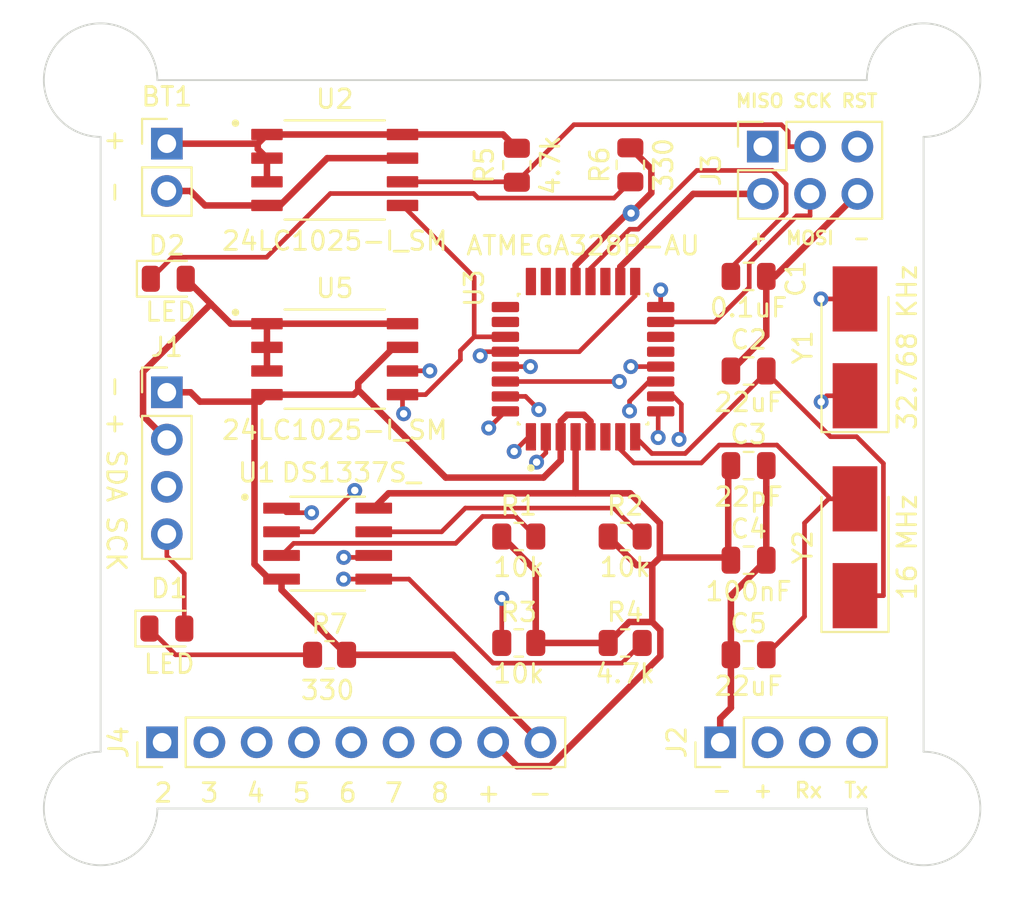
<source format=kicad_pcb>
(kicad_pcb (version 20221018) (generator pcbnew)
  (title_block (title "${project_name}") (date "2024-02-26") (rev "${design_version}") (company "Salman Kabir"))
  (layers (0 "F.Cu" mixed) (1 "In1.Cu" signal) (2 "In2.Cu" signal) (31 "B.Cu" mixed) (34 "B.Paste" user) (35 "F.Paste" user) (36 "B.SilkS" user "B.Silkscreen") (37 "F.SilkS" user "F.Silkscreen") (38 "B.Mask" user) (39 "F.Mask" user) (44 "Edge.Cuts" user))
  (property "design_version" "1.0")
  (property "project_name" "Arduino Datalogger")
  (net 0 "")
  (net 1 "/Vcc")
  (net 2 "GND")
  (net 3 "Net-(U3-AREF)")
  (net 4 "Net-(U3-PB7)")
  (net 5 "Net-(U3-PB6)")
  (net 6 "Net-(D1-K)")
  (net 7 "/SCK")
  (net 8 "Net-(D2-K)")
  (net 9 "/SDA")
  (net 10 "/Rx")
  (net 11 "/Tx")
  (net 12 "/MISO")
  (net 13 "/MOSI")
  (net 14 "/Reset")
  (net 15 "/D2")
  (net 16 "/D3")
  (net 17 "/D4")
  (net 18 "/D5")
  (net 19 "/D6")
  (net 20 "/D7")
  (net 21 "/D8")
  (net 22 "Net-(U1-~{INTA})")
  (net 23 "Net-(U1-SQW{slash}~INT)")
  (net 24 "Net-(U1-X1)")
  (net 25 "Net-(U1-X2)")
  (footprint "24LC1025-I_SM:SOIC127P794X202-8N" (layer "F.Cu") (at 144.145 73.66)
    (fp_text reference "U2" (at 0 -3.81) (layer "F.SilkS"))
    (fp_text value "24LC1025-I_SM" (at 0 3.81) (layer "F.SilkS"))
    (fp_line (start -2.69 -2.665) (end 2.69 -2.665) (stroke (width 0.127)) (layer "F.SilkS"))
    (fp_line (start -2.69 2.665) (end 2.69 2.665) (stroke (width 0.127)) (layer "F.SilkS"))
    (fp_circle (center -5.33 -2.515) (end -5.23 -2.515) (stroke (width 0.2)) (fill none) (layer "F.SilkS"))
    (pad "1" smd roundrect (at -3.64 -1.905) (size 1.69 0.61) (layers "F.Cu" "F.Paste" "F.Mask") (roundrect_rratio 0.08) (net 1 "/Vcc"))
    (pad "2" smd roundrect (at -3.64 -0.635) (size 1.69 0.61) (layers "F.Cu" "F.Paste" "F.Mask") (roundrect_rratio 0.08) (net 1 "/Vcc"))
    (pad "3" smd roundrect (at -3.64 0.635) (size 1.69 0.61) (layers "F.Cu" "F.Paste" "F.Mask") (roundrect_rratio 0.08) (net 1 "/Vcc"))
    (pad "4" smd roundrect (at -3.64 1.905) (size 1.69 0.61) (layers "F.Cu" "F.Paste" "F.Mask") (roundrect_rratio 0.08) (net 2 "GND"))
    (pad "5" smd roundrect (at 3.64 1.905) (size 1.69 0.61) (layers "F.Cu" "F.Paste" "F.Mask") (roundrect_rratio 0.08) (net 9 "/SDA"))
    (pad "6" smd roundrect (at 3.64 0.635) (size 1.69 0.61) (layers "F.Cu" "F.Paste" "F.Mask") (roundrect_rratio 0.08) (net 7 "/SCK"))
    (pad "7" smd roundrect (at 3.64 -0.635) (size 1.69 0.61) (layers "F.Cu" "F.Paste" "F.Mask") (roundrect_rratio 0.08) (net 2 "GND"))
    (pad "8" smd roundrect (at 3.64 -1.905) (size 1.69 0.61) (layers "F.Cu" "F.Paste" "F.Mask") (roundrect_rratio 0.08) (net 1 "/Vcc"))
  )
  (footprint "Connector_PinHeader_2.54mm:PinHeader_1x04_P2.54mm_Vertical" (layer "F.Cu") (at 135.128 85.598)
    (fp_text reference "J1" (at 0 -2.423) (layer "F.SilkS"))
    (fp_text value "Conn_01x04_Pin" hide)
    (fp_line (start -1.33 -1.33) (end 0 -1.33) (stroke (width 0.12)) (layer "F.SilkS"))
    (fp_line (start -1.33 0) (end -1.33 -1.33) (stroke (width 0.12)) (layer "F.SilkS"))
    (fp_line (start -1.33 1.27) (end -1.33 8.95) (stroke (width 0.12)) (layer "F.SilkS"))
    (fp_line (start -1.33 1.27) (end 1.33 1.27) (stroke (width 0.12)) (layer "F.SilkS"))
    (fp_line (start -1.33 8.95) (end 1.33 8.95) (stroke (width 0.12)) (layer "F.SilkS"))
    (fp_line (start 1.33 1.27) (end 1.33 8.95) (stroke (width 0.12)) (layer "F.SilkS"))
    (pad "1" thru_hole rect (at 0 0) (size 1.7 1.7) (drill 1) (layers "*.Cu" "*.Mask") (net 2 "GND"))
    (pad "2" thru_hole oval (at 0 2.54) (size 1.7 1.7) (drill 1) (layers "*.Cu" "*.Mask") (net 1 "/Vcc"))
    (pad "3" thru_hole oval (at 0 5.08) (size 1.7 1.7) (drill 1) (layers "*.Cu" "*.Mask") (net 9 "/SDA"))
    (pad "4" thru_hole oval (at 0 7.62) (size 1.7 1.7) (drill 1) (layers "*.Cu" "*.Mask") (net 7 "/SCK"))
  )
  (footprint "24LC1025-I_SM:SOIC127P794X202-8N" (layer "F.Cu") (at 144.145 83.82)
    (fp_text reference "U5" (at 0 -3.81) (layer "F.SilkS"))
    (fp_text value "24LC1025-I_SM" (at 0 3.81) (layer "F.SilkS"))
    (fp_line (start -2.69 -2.665) (end 2.69 -2.665) (stroke (width 0.127)) (layer "F.SilkS"))
    (fp_line (start -2.69 2.665) (end 2.69 2.665) (stroke (width 0.127)) (layer "F.SilkS"))
    (fp_circle (center -5.33 -2.515) (end -5.23 -2.515) (stroke (width 0.2)) (fill none) (layer "F.SilkS"))
    (pad "1" smd roundrect (at -3.64 -1.905) (size 1.69 0.61) (layers "F.Cu" "F.Paste" "F.Mask") (roundrect_rratio 0.08) (net 1 "/Vcc"))
    (pad "2" smd roundrect (at -3.64 -0.635) (size 1.69 0.61) (layers "F.Cu" "F.Paste" "F.Mask") (roundrect_rratio 0.08) (net 1 "/Vcc"))
    (pad "3" smd roundrect (at -3.64 0.635) (size 1.69 0.61) (layers "F.Cu" "F.Paste" "F.Mask") (roundrect_rratio 0.08) (net 1 "/Vcc"))
    (pad "4" smd roundrect (at -3.64 1.905) (size 1.69 0.61) (layers "F.Cu" "F.Paste" "F.Mask") (roundrect_rratio 0.08) (net 2 "GND"))
    (pad "5" smd roundrect (at 3.64 1.905) (size 1.69 0.61) (layers "F.Cu" "F.Paste" "F.Mask") (roundrect_rratio 0.08) (net 9 "/SDA"))
    (pad "6" smd roundrect (at 3.64 0.635) (size 1.69 0.61) (layers "F.Cu" "F.Paste" "F.Mask") (roundrect_rratio 0.08) (net 7 "/SCK"))
    (pad "7" smd roundrect (at 3.64 -0.635) (size 1.69 0.61) (layers "F.Cu" "F.Paste" "F.Mask") (roundrect_rratio 0.08) (net 2 "GND"))
    (pad "8" smd roundrect (at 3.64 -1.905) (size 1.69 0.61) (layers "F.Cu" "F.Paste" "F.Mask") (roundrect_rratio 0.08) (net 1 "/Vcc"))
  )
  (footprint "MountingHole:MountingHole_2.1mm" (layer "F.Cu") (at 131.318 68.58)
    (fp_text reference "H1")
    (fp_text value "MountingHole")
    (pad "" np_thru_hole circle (at 0 0) (size 2.1 2.1) (drill 2.1) (layers "*.Cu" "*.Mask"))
  )
  (footprint "DS1337S_:SOIC127P600X175-8N" (layer "F.Cu") (at 143.764 93.726)
    (fp_text reference "U1" (at -3.81 -3.81 180) (layer "F.SilkS"))
    (fp_text value "DS1337S_" (at 1.27 -3.81 180) (layer "F.SilkS"))
    (fp_line (start -2 -2.52) (end 2 -2.52) (stroke (width 0.127)) (layer "F.SilkS"))
    (fp_line (start -2 2.52) (end 2 2.52) (stroke (width 0.127)) (layer "F.SilkS"))
    (fp_circle (center -4.445 -2.495) (end -4.345 -2.495) (stroke (width 0.2)) (fill none) (layer "F.SilkS"))
    (pad "1" smd roundrect (at -2.475 -1.905) (size 1.97 0.59) (layers "F.Cu" "F.Paste" "F.Mask") (roundrect_rratio 0.07) (net 24 "Net-(U1-X1)"))
    (pad "2" smd roundrect (at -2.475 -0.635) (size 1.97 0.59) (layers "F.Cu" "F.Paste" "F.Mask") (roundrect_rratio 0.07) (net 25 "Net-(U1-X2)"))
    (pad "3" smd roundrect (at -2.475 0.635) (size 1.97 0.59) (layers "F.Cu" "F.Paste" "F.Mask") (roundrect_rratio 0.07) (net 22 "Net-(U1-~{INTA})"))
    (pad "4" smd roundrect (at -2.475 1.905) (size 1.97 0.59) (layers "F.Cu" "F.Paste" "F.Mask") (roundrect_rratio 0.07) (net 2 "GND"))
    (pad "5" smd roundrect (at 2.475 1.905) (size 1.97 0.59) (layers "F.Cu" "F.Paste" "F.Mask") (roundrect_rratio 0.07) (net 9 "/SDA"))
    (pad "6" smd roundrect (at 2.475 0.635) (size 1.97 0.59) (layers "F.Cu" "F.Paste" "F.Mask") (roundrect_rratio 0.07) (net 7 "/SCK"))
    (pad "7" smd roundrect (at 2.475 -0.635) (size 1.97 0.59) (layers "F.Cu" "F.Paste" "F.Mask") (roundrect_rratio 0.07) (net 23 "Net-(U1-SQW{slash}~INT)"))
    (pad "8" smd roundrect (at 2.475 -1.905) (size 1.97 0.59) (layers "F.Cu" "F.Paste" "F.Mask") (roundrect_rratio 0.07) (net 1 "/Vcc"))
  )
  (footprint "ATMEGA328P-AU:QFP80P900X900X120-32N" (layer "F.Cu") (at 157.48 83.82 90)
    (fp_text reference "U3" (at 3.81 -5.842 90) (layer "F.SilkS"))
    (fp_text value "ATMEGA328P-AU" (at 6.096 0 180) (layer "F.SilkS"))
    (fp_line (start -3.5 -3.5) (end -3.5 -3.395) (stroke (width 0.127)) (layer "F.SilkS"))
    (fp_line (start -3.5 -3.5) (end -3.395 -3.5) (stroke (width 0.127)) (layer "F.SilkS"))
    (fp_line (start -3.5 3.5) (end -3.5 3.395) (stroke (width 0.127)) (layer "F.SilkS"))
    (fp_line (start -3.5 3.5) (end -3.395 3.5) (stroke (width 0.127)) (layer "F.SilkS"))
    (fp_line (start 3.5 -3.5) (end 3.395 -3.5) (stroke (width 0.127)) (layer "F.SilkS"))
    (fp_line (start 3.5 -3.5) (end 3.5 -3.395) (stroke (width 0.127)) (layer "F.SilkS"))
    (fp_line (start 3.5 3.5) (end 3.395 3.5) (stroke (width 0.127)) (layer "F.SilkS"))
    (fp_line (start 3.5 3.5) (end 3.5 3.395) (stroke (width 0.127)) (layer "F.SilkS"))
    (fp_circle (center -5.84 -2.8) (end -5.74 -2.8) (stroke (width 0.2)) (fill none) (layer "F.SilkS"))
    (pad "1" smd roundrect (at -4.17 -2.8 90) (size 1.47 0.55) (layers "F.Cu" "F.Paste" "F.Mask") (roundrect_rratio 0.07) (net 16 "/D3"))
    (pad "2" smd roundrect (at -4.17 -2 90) (size 1.47 0.55) (layers "F.Cu" "F.Paste" "F.Mask") (roundrect_rratio 0.07) (net 17 "/D4"))
    (pad "3" smd roundrect (at -4.17 -1.2 90) (size 1.47 0.55) (layers "F.Cu" "F.Paste" "F.Mask") (roundrect_rratio 0.07) (net 2 "GND"))
    (pad "4" smd roundrect (at -4.17 -0.4 90) (size 1.47 0.55) (layers "F.Cu" "F.Paste" "F.Mask") (roundrect_rratio 0.07) (net 1 "/Vcc"))
    (pad "5" smd roundrect (at -4.17 0.4 90) (size 1.47 0.55) (layers "F.Cu" "F.Paste" "F.Mask") (roundrect_rratio 0.07) (net 2 "GND"))
    (pad "6" smd roundrect (at -4.17 1.2 90) (size 1.47 0.55) (layers "F.Cu" "F.Paste" "F.Mask") (roundrect_rratio 0.07))
    (pad "7" smd roundrect (at -4.17 2 90) (size 1.47 0.55) (layers "F.Cu" "F.Paste" "F.Mask") (roundrect_rratio 0.07) (net 5 "Net-(U3-PB6)"))
    (pad "8" smd roundrect (at -4.17 2.8 90) (size 1.47 0.55) (layers "F.Cu" "F.Paste" "F.Mask") (roundrect_rratio 0.07) (net 4 "Net-(U3-PB7)"))
    (pad "9" smd roundrect (at -2.8 4.17 90) (size 0.55 1.47) (layers "F.Cu" "F.Paste" "F.Mask") (roundrect_rratio 0.18) (net 18 "/D5"))
    (pad "10" smd roundrect (at -2 4.17 90) (size 0.55 1.47) (layers "F.Cu" "F.Paste" "F.Mask") (roundrect_rratio 0.18) (net 19 "/D6"))
    (pad "11" smd roundrect (at -1.2 4.17 90) (size 0.55 1.47) (layers "F.Cu" "F.Paste" "F.Mask") (roundrect_rratio 0.18) (net 20 "/D7"))
    (pad "12" smd roundrect (at -0.4 4.17 90) (size 0.55 1.47) (layers "F.Cu" "F.Paste" "F.Mask") (roundrect_rratio 0.18) (net 21 "/D8"))
    (pad "13" smd roundrect (at 0.4 4.17 90) (size 0.55 1.47) (layers "F.Cu" "F.Paste" "F.Mask") (roundrect_rratio 0.18))
    (pad "14" smd roundrect (at 1.2 4.17 90) (size 0.55 1.47) (layers "F.Cu" "F.Paste" "F.Mask") (roundrect_rratio 0.18))
    (pad "15" smd roundrect (at 2 4.17 90) (size 0.55 1.47) (layers "F.Cu" "F.Paste" "F.Mask") (roundrect_rratio 0.18) (net 13 "/MOSI"))
    (pad "16" smd roundrect (at 2.8 4.17 90) (size 0.55 1.47) (layers "F.Cu" "F.Paste" "F.Mask") (roundrect_rratio 0.18) (net 12 "/MISO"))
    (pad "17" smd roundrect (at 4.17 2.8 90) (size 1.47 0.55) (layers "F.Cu" "F.Paste" "F.Mask") (roundrect_rratio 0.07) (net 7 "/SCK"))
    (pad "18" smd roundrect (at 4.17 2 90) (size 1.47 0.55) (layers "F.Cu" "F.Paste" "F.Mask") (roundrect_rratio 0.07) (net 1 "/Vcc"))
    (pad "19" smd roundrect (at 4.17 1.2 90) (size 1.47 0.55) (layers "F.Cu" "F.Paste" "F.Mask") (roundrect_rratio 0.07))
    (pad "20" smd roundrect (at 4.17 0.4 90) (size 1.47 0.55) (layers "F.Cu" "F.Paste" "F.Mask") (roundrect_rratio 0.07) (net 3 "Net-(U3-AREF)"))
    (pad "21" smd roundrect (at 4.17 -0.4 90) (size 1.47 0.55) (layers "F.Cu" "F.Paste" "F.Mask") (roundrect_rratio 0.07) (net 2 "GND"))
    (pad "22" smd roundrect (at 4.17 -1.2 90) (size 1.47 0.55) (layers "F.Cu" "F.Paste" "F.Mask") (roundrect_rratio 0.07))
    (pad "23" smd roundrect (at 4.17 -2 90) (size 1.47 0.55) (layers "F.Cu" "F.Paste" "F.Mask") (roundrect_rratio 0.07))
    (pad "24" smd roundrect (at 4.17 -2.8 90) (size 1.47 0.55) (layers "F.Cu" "F.Paste" "F.Mask") (roundrect_rratio 0.07))
    (pad "25" smd roundrect (at 2.8 -4.17 90) (size 0.55 1.47) (layers "F.Cu" "F.Paste" "F.Mask") (roundrect_rratio 0.18))
    (pad "26" smd roundrect (at 2 -4.17 90) (size 0.55 1.47) (layers "F.Cu" "F.Paste" "F.Mask") (roundrect_rratio 0.18))
    (pad "27" smd roundrect (at 1.2 -4.17 90) (size 0.55 1.47) (layers "F.Cu" "F.Paste" "F.Mask") (roundrect_rratio 0.18) (net 9 "/SDA"))
    (pad "28" smd roundrect (at 0.4 -4.17 90) (size 0.55 1.47) (layers "F.Cu" "F.Paste" "F.Mask") (roundrect_rratio 0.18) (net 7 "/SCK"))
    (pad "29" smd roundrect (at -0.4 -4.17 90) (size 0.55 1.47) (layers "F.Cu" "F.Paste" "F.Mask") (roundrect_rratio 0.18) (net 14 "/Reset"))
    (pad "30" smd roundrect (at -1.2 -4.17 90) (size 0.55 1.47) (layers "F.Cu" "F.Paste" "F.Mask") (roundrect_rratio 0.18) (net 10 "/Rx"))
    (pad "31" smd roundrect (at -2 -4.17 90) (size 0.55 1.47) (layers "F.Cu" "F.Paste" "F.Mask") (roundrect_rratio 0.18) (net 11 "/Tx"))
    (pad "32" smd roundrect (at -2.8 -4.17 90) (size 0.55 1.47) (layers "F.Cu" "F.Paste" "F.Mask") (roundrect_rratio 0.18) (net 15 "/D2"))
  )
  (footprint "Connector_PinHeader_2.54mm:PinHeader_1x09_P2.54mm_Vertical" (layer "F.Cu") (at 134.874 104.394 90)
    (fp_text reference "J4" (at 0 -2.33 90) (layer "F.SilkS"))
    (fp_text value "Conn_01x09_Pin" hide)
    (fp_line (start -1.33 -1.33) (end 0 -1.33) (stroke (width 0.12)) (layer "F.SilkS"))
    (fp_line (start -1.33 0) (end -1.33 -1.33) (stroke (width 0.12)) (layer "F.SilkS"))
    (fp_line (start -1.33 1.27) (end -1.33 21.65) (stroke (width 0.12)) (layer "F.SilkS"))
    (fp_line (start -1.33 1.27) (end 1.33 1.27) (stroke (width 0.12)) (layer "F.SilkS"))
    (fp_line (start -1.33 21.65) (end 1.33 21.65) (stroke (width 0.12)) (layer "F.SilkS"))
    (fp_line (start 1.33 1.27) (end 1.33 21.65) (stroke (width 0.12)) (layer "F.SilkS"))
    (pad "1" thru_hole rect (at 0 0 90) (size 1.7 1.7) (drill 1) (layers "*.Cu" "*.Mask") (net 15 "/D2"))
    (pad "2" thru_hole oval (at 0 2.54 90) (size 1.7 1.7) (drill 1) (layers "*.Cu" "*.Mask") (net 16 "/D3"))
    (pad "3" thru_hole oval (at 0 5.08 90) (size 1.7 1.7) (drill 1) (layers "*.Cu" "*.Mask") (net 17 "/D4"))
    (pad "4" thru_hole oval (at 0 7.62 90) (size 1.7 1.7) (drill 1) (layers "*.Cu" "*.Mask") (net 18 "/D5"))
    (pad "5" thru_hole oval (at 0 10.16 90) (size 1.7 1.7) (drill 1) (layers "*.Cu" "*.Mask") (net 19 "/D6"))
    (pad "6" thru_hole oval (at 0 12.7 90) (size 1.7 1.7) (drill 1) (layers "*.Cu" "*.Mask") (net 20 "/D7"))
    (pad "7" thru_hole oval (at 0 15.24 90) (size 1.7 1.7) (drill 1) (layers "*.Cu" "*.Mask") (net 21 "/D8"))
    (pad "8" thru_hole oval (at 0 17.78 90) (size 1.7 1.7) (drill 1) (layers "*.Cu" "*.Mask") (net 1 "/Vcc"))
    (pad "9" thru_hole oval (at 0 20.32 90) (size 1.7 1.7) (drill 1) (layers "*.Cu" "*.Mask") (net 2 "GND"))
  )
  (footprint "LED_SMD:LED_0805_2012Metric" (layer "F.Cu") (at 135.128 98.288)
    (fp_text reference "D1" (at 0.127 -2.159 180) (layer "F.SilkS"))
    (fp_text value "LED" (at 0.127 1.905 180) (layer "F.SilkS"))
    (fp_line (start -1.685 -0.96) (end -1.685 0.96) (stroke (width 0.12)) (layer "F.SilkS"))
    (fp_line (start -1.685 0.96) (end 1 0.96) (stroke (width 0.12)) (layer "F.SilkS"))
    (fp_line (start 1 -0.96) (end -1.685 -0.96) (stroke (width 0.12)) (layer "F.SilkS"))
    (pad "1" smd roundrect (at -0.9375 0) (size 0.975 1.4) (layers "F.Cu" "F.Paste" "F.Mask") (net 6 "Net-(D1-K)"))
    (pad "2" smd roundrect (at 0.9375 0) (size 0.975 1.4) (layers "F.Cu" "F.Paste" "F.Mask") (net 7 "/SCK"))
  )
  (footprint "Capacitor_SMD:C_0805_2012Metric" (layer "F.Cu") (at 166.37 94.615)
    (fp_text reference "C4" (at 0 -1.68) (layer "F.SilkS"))
    (fp_text value "100nF" (at 0 1.68) (layer "F.SilkS"))
    (fp_line (start -0.261252 -0.735) (end 0.261252 -0.735) (stroke (width 0.12)) (layer "F.SilkS"))
    (fp_line (start -0.261252 0.735) (end 0.261252 0.735) (stroke (width 0.12)) (layer "F.SilkS"))
    (pad "1" smd roundrect (at -0.95 0) (size 1 1.45) (layers "F.Cu" "F.Paste" "F.Mask") (net 1 "/Vcc"))
    (pad "2" smd roundrect (at 0.95 0) (size 1 1.45) (layers "F.Cu" "F.Paste" "F.Mask") (net 2 "GND"))
  )
  (footprint "MountingHole:MountingHole_2.1mm" (layer "F.Cu") (at 131.318 108.204)
    (fp_text reference "H4")
    (fp_text value "MountingHole")
    (pad "" np_thru_hole circle (at 0 0) (size 2.1 2.1) (drill 2.1) (layers "*.Cu" "*.Mask"))
  )
  (footprint "Capacitor_SMD:C_0805_2012Metric" (layer "F.Cu") (at 166.37 89.535)
    (fp_text reference "C3" (at 0 -1.68) (layer "F.SilkS"))
    (fp_text value "22pF" (at 0 1.68) (layer "F.SilkS"))
    (fp_line (start -0.261252 -0.735) (end 0.261252 -0.735) (stroke (width 0.12)) (layer "F.SilkS"))
    (fp_line (start -0.261252 0.735) (end 0.261252 0.735) (stroke (width 0.12)) (layer "F.SilkS"))
    (pad "1" smd roundrect (at -0.95 0) (size 1 1.45) (layers "F.Cu" "F.Paste" "F.Mask") (net 1 "/Vcc"))
    (pad "2" smd roundrect (at 0.95 0) (size 1 1.45) (layers "F.Cu" "F.Paste" "F.Mask") (net 2 "GND"))
  )
  (footprint "Capacitor_SMD:C_0805_2012Metric" (layer "F.Cu") (at 166.37 84.455)
    (fp_text reference "C2" (at 0 -1.68) (layer "F.SilkS"))
    (fp_text value "22uF" (at 0 1.68) (layer "F.SilkS"))
    (fp_line (start -0.261252 -0.735) (end 0.261252 -0.735) (stroke (width 0.12)) (layer "F.SilkS"))
    (fp_line (start -0.261252 0.735) (end 0.261252 0.735) (stroke (width 0.12)) (layer "F.SilkS"))
    (pad "1" smd roundrect (at -0.95 0) (size 1 1.45) (layers "F.Cu" "F.Paste" "F.Mask") (net 2 "GND"))
    (pad "2" smd roundrect (at 0.95 0) (size 1 1.45) (layers "F.Cu" "F.Paste" "F.Mask") (net 4 "Net-(U3-PB7)"))
  )
  (footprint "Resistor_SMD:R_0805_2012Metric" (layer "F.Cu") (at 143.8675 99.695 180)
    (fp_text reference "R7" (at 0 1.651) (layer "F.SilkS"))
    (fp_text value "330" (at 0.1035 -1.905) (layer "F.SilkS"))
    (fp_line (start -0.227064 -0.735) (end 0.227064 -0.735) (stroke (width 0.12)) (layer "F.SilkS"))
    (fp_line (start -0.227064 0.735) (end 0.227064 0.735) (stroke (width 0.12)) (layer "F.SilkS"))
    (pad "1" smd roundrect (at -0.9125 0 180) (size 1.025 1.4) (layers "F.Cu" "F.Paste" "F.Mask") (roundrect_rratio 0.243902) (net 2 "GND"))
    (pad "2" smd roundrect (at 0.9125 0 180) (size 1.025 1.4) (layers "F.Cu" "F.Paste" "F.Mask") (roundrect_rratio 0.243902) (net 6 "Net-(D1-K)"))
  )
  (footprint "Connector_PinHeader_2.54mm:PinHeader_1x04_P2.54mm_Vertical" (layer "F.Cu") (at 164.846 104.394 90)
    (fp_text reference "J2" (at 0 -2.33 90) (layer "F.SilkS"))
    (fp_text value "Conn_01x04_Pin" hide)
    (fp_line (start -1.33 -1.33) (end 0 -1.33) (stroke (width 0.12)) (layer "F.SilkS"))
    (fp_line (start -1.33 0) (end -1.33 -1.33) (stroke (width 0.12)) (layer "F.SilkS"))
    (fp_line (start -1.33 1.27) (end -1.33 8.95) (stroke (width 0.12)) (layer "F.SilkS"))
    (fp_line (start -1.33 1.27) (end 1.33 1.27) (stroke (width 0.12)) (layer "F.SilkS"))
    (fp_line (start -1.33 8.95) (end 1.33 8.95) (stroke (width 0.12)) (layer "F.SilkS"))
    (fp_line (start 1.33 1.27) (end 1.33 8.95) (stroke (width 0.12)) (layer "F.SilkS"))
    (pad "1" thru_hole rect (at 0 0 90) (size 1.7 1.7) (drill 1) (layers "*.Cu" "*.Mask") (net 2 "GND"))
    (pad "2" thru_hole oval (at 0 2.54 90) (size 1.7 1.7) (drill 1) (layers "*.Cu" "*.Mask") (net 1 "/Vcc"))
    (pad "3" thru_hole oval (at 0 5.08 90) (size 1.7 1.7) (drill 1) (layers "*.Cu" "*.Mask") (net 10 "/Rx"))
    (pad "4" thru_hole oval (at 0 7.62 90) (size 1.7 1.7) (drill 1) (layers "*.Cu" "*.Mask") (net 11 "/Tx"))
  )
  (footprint "Resistor_SMD:R_0805_2012Metric" (layer "F.Cu") (at 160.02 73.3825 90)
    (fp_text reference "R6" (at 0 -1.65 270) (layer "F.SilkS"))
    (fp_text value "330" (at 0 1.778 270) (layer "F.SilkS"))
    (fp_line (start -0.227064 -0.735) (end 0.227064 -0.735) (stroke (width 0.12)) (layer "F.SilkS"))
    (fp_line (start -0.227064 0.735) (end 0.227064 0.735) (stroke (width 0.12)) (layer "F.SilkS"))
    (pad "1" smd roundrect (at -0.9125 0 90) (size 1.025 1.4) (layers "F.Cu" "F.Paste" "F.Mask") (roundrect_rratio 0.243902) (net 8 "Net-(D2-K)"))
    (pad "2" smd roundrect (at 0.9125 0 90) (size 1.025 1.4) (layers "F.Cu" "F.Paste" "F.Mask") (roundrect_rratio 0.243902) (net 2 "GND"))
  )
  (footprint "Resistor_SMD:R_0805_2012Metric" (layer "F.Cu") (at 159.7425 93.345)
    (fp_text reference "R2" (at 0 -1.65) (layer "F.SilkS"))
    (fp_text value "10k" (at 0 1.65) (layer "F.SilkS"))
    (fp_line (start -0.227064 -0.735) (end 0.227064 -0.735) (stroke (width 0.12)) (layer "F.SilkS"))
    (fp_line (start -0.227064 0.735) (end 0.227064 0.735) (stroke (width 0.12)) (layer "F.SilkS"))
    (pad "1" smd roundrect (at -0.9125 0) (size 1.025 1.4) (layers "F.Cu" "F.Paste" "F.Mask") (roundrect_rratio 0.243902) (net 1 "/Vcc"))
    (pad "2" smd roundrect (at 0.9125 0) (size 1.025 1.4) (layers "F.Cu" "F.Paste" "F.Mask") (roundrect_rratio 0.243902) (net 23 "Net-(U1-SQW{slash}~INT)"))
  )
  (footprint "Resistor_SMD:R_0805_2012Metric" (layer "F.Cu") (at 153.924 73.406 -90)
    (fp_text reference "R5" (at 0 1.7545 90) (layer "F.SilkS"))
    (fp_text value "4.7k" (at 0 -1.8015 90) (layer "F.SilkS"))
    (fp_line (start -0.227064 -0.735) (end 0.227064 -0.735) (stroke (width 0.12)) (layer "F.SilkS"))
    (fp_line (start -0.227064 0.735) (end 0.227064 0.735) (stroke (width 0.12)) (layer "F.SilkS"))
    (pad "1" smd roundrect (at -0.9125 0 270) (size 1.025 1.4) (layers "F.Cu" "F.Paste" "F.Mask") (roundrect_rratio 0.243902) (net 1 "/Vcc"))
    (pad "2" smd roundrect (at 0.9125 0 270) (size 1.025 1.4) (layers "F.Cu" "F.Paste" "F.Mask") (roundrect_rratio 0.243902) (net 7 "/SCK"))
  )
  (footprint "Connector_PinSocket_2.54mm:PinSocket_2x03_P2.54mm_Vertical" (layer "F.Cu") (at 167.132 72.405 90)
    (fp_text reference "J3" (at -1.27 -2.77 90) (layer "F.SilkS"))
    (fp_text value "Conn_02x03_Odd_Even" hide)
    (fp_line (start -3.87 -1.33) (end -3.87 6.41) (stroke (width 0.12)) (layer "F.SilkS"))
    (fp_line (start -3.87 -1.33) (end -1.27 -1.33) (stroke (width 0.12)) (layer "F.SilkS"))
    (fp_line (start -3.87 6.41) (end 1.33 6.41) (stroke (width 0.12)) (layer "F.SilkS"))
    (fp_line (start -1.27 -1.33) (end -1.27 1.27) (stroke (width 0.12)) (layer "F.SilkS"))
    (fp_line (start -1.27 1.27) (end 1.33 1.27) (stroke (width 0.12)) (layer "F.SilkS"))
    (fp_line (start 0 -1.33) (end 1.33 -1.33) (stroke (width 0.12)) (layer "F.SilkS"))
    (fp_line (start 1.33 -1.33) (end 1.33 0) (stroke (width 0.12)) (layer "F.SilkS"))
    (fp_line (start 1.33 1.27) (end 1.33 6.41) (stroke (width 0.12)) (layer "F.SilkS"))
    (pad "1" thru_hole rect (at 0 0 90) (size 1.7 1.7) (drill 1) (layers "*.Cu" "*.Mask") (net 12 "/MISO"))
    (pad "2" thru_hole oval (at -2.54 0 90) (size 1.7 1.7) (drill 1) (layers "*.Cu" "*.Mask") (net 1 "/Vcc"))
    (pad "3" thru_hole oval (at 0 2.54 90) (size 1.7 1.7) (drill 1) (layers "*.Cu" "*.Mask") (net 7 "/SCK"))
    (pad "4" thru_hole oval (at -2.54 2.54 90) (size 1.7 1.7) (drill 1) (layers "*.Cu" "*.Mask") (net 13 "/MOSI"))
    (pad "5" thru_hole oval (at 0 5.08 90) (size 1.7 1.7) (drill 1) (layers "*.Cu" "*.Mask") (net 14 "/Reset"))
    (pad "6" thru_hole oval (at -2.54 5.08 90) (size 1.7 1.7) (drill 1) (layers "*.Cu" "*.Mask") (net 2 "GND"))
  )
  (footprint "Capacitor_SMD:C_0805_2012Metric" (layer "F.Cu") (at 166.37 79.375)
    (fp_text reference "C1" (at 2.54 0.127 90) (layer "F.SilkS"))
    (fp_text value "0.1uF" (at 0 1.68) (layer "F.SilkS"))
    (fp_line (start -0.261252 -0.735) (end 0.261252 -0.735) (stroke (width 0.12)) (layer "F.SilkS"))
    (fp_line (start -0.261252 0.735) (end 0.261252 0.735) (stroke (width 0.12)) (layer "F.SilkS"))
    (pad "1" smd roundrect (at -0.95 0) (size 1 1.45) (layers "F.Cu" "F.Paste" "F.Mask") (net 3 "Net-(U3-AREF)"))
    (pad "2" smd roundrect (at 0.95 0) (size 1 1.45) (layers "F.Cu" "F.Paste" "F.Mask") (net 2 "GND"))
  )
  (footprint "MountingHole:MountingHole_2.1mm" (layer "F.Cu") (at 176.022 68.58)
    (fp_text reference "H2")
    (fp_text value "MountingHole")
    (pad "" np_thru_hole circle (at 0 0) (size 2.1 2.1) (drill 2.1) (layers "*.Mask" "F.Cu" "In1.Cu" "In2.Cu" "B.Cu"))
  )
  (footprint "Connector_PinHeader_2.54mm:PinHeader_1x02_P2.54mm_Vertical" (layer "F.Cu") (at 135.128 72.248)
    (fp_text reference "BT1" (at 0 -2.525) (layer "F.SilkS"))
    (fp_text value "Battery" hide)
    (fp_line (start -1.33 -1.33) (end 0 -1.33) (stroke (width 0.12)) (layer "F.SilkS"))
    (fp_line (start -1.33 0) (end -1.33 -1.33) (stroke (width 0.12)) (layer "F.SilkS"))
    (fp_line (start -1.33 1.27) (end -1.33 3.87) (stroke (width 0.12)) (layer "F.SilkS"))
    (fp_line (start -1.33 1.27) (end 1.33 1.27) (stroke (width 0.12)) (layer "F.SilkS"))
    (fp_line (start -1.33 3.87) (end 1.33 3.87) (stroke (width 0.12)) (layer "F.SilkS"))
    (fp_line (start 1.33 1.27) (end 1.33 3.87) (stroke (width 0.12)) (layer "F.SilkS"))
    (pad "1" thru_hole rect (at 0 0) (size 1.7 1.7) (drill 1) (layers "*.Cu" "*.Mask") (net 1 "/Vcc"))
    (pad "2" thru_hole oval (at 0 2.54) (size 1.7 1.7) (drill 1) (layers "*.Cu" "*.Mask") (net 2 "GND"))
  )
  (footprint "Crystal:Crystal_SMD_5032-2Pin_5.0x3.2mm_HandSoldering" (layer "F.Cu") (at 172.085 93.92 90)
    (fp_text reference "Y2" (at 0 -2.8 90) (layer "F.SilkS"))
    (fp_text value "16 MHz" (at 0 2.8 90) (layer "F.SilkS"))
    (fp_line (start -4.55 -1.8) (end -4.55 1.8) (stroke (width 0.12)) (layer "F.SilkS"))
    (fp_line (start -4.55 1.8) (end 2.7 1.8) (stroke (width 0.12)) (layer "F.SilkS"))
    (fp_line (start 2.7 -1.8) (end -4.55 -1.8) (stroke (width 0.12)) (layer "F.SilkS"))
    (pad "1" smd rect (at -2.6 0 90) (size 3.5 2.4) (layers "F.Cu" "F.Paste" "F.Mask") (net 4 "Net-(U3-PB7)"))
    (pad "2" smd rect (at 2.6 0 90) (size 3.5 2.4) (layers "F.Cu" "F.Paste" "F.Mask") (net 5 "Net-(U3-PB6)"))
  )
  (footprint "Resistor_SMD:R_0805_2012Metric" (layer "F.Cu") (at 154.0275 99.06)
    (fp_text reference "R3" (at 0 -1.65) (layer "F.SilkS"))
    (fp_text value "10k" (at 0 1.65) (layer "F.SilkS"))
    (fp_line (start -0.227064 -0.735) (end 0.227064 -0.735) (stroke (width 0.12)) (layer "F.SilkS"))
    (fp_line (start -0.227064 0.735) (end 0.227064 0.735) (stroke (width 0.12)) (layer "F.SilkS"))
    (pad "1" smd roundrect (at -0.9125 0) (size 1.025 1.4) (layers "F.Cu" "F.Paste" "F.Mask") (roundrect_rratio 0.243902) (net 14 "/Reset"))
    (pad "2" smd roundrect (at 0.9125 0) (size 1.025 1.4) (layers "F.Cu" "F.Paste" "F.Mask") (roundrect_rratio 0.243902) (net 1 "/Vcc"))
  )
  (footprint "MountingHole:MountingHole_2.1mm" (layer "F.Cu") (at 176.022 108.204)
    (fp_text reference "H3")
    (fp_text value "MountingHole")
    (pad "" np_thru_hole circle (at 0 0) (size 2.1 2.1) (drill 2.1) (layers "*.Cu" "*.Mask"))
  )
  (footprint "Resistor_SMD:R_0805_2012Metric" (layer "F.Cu") (at 159.7425 99.06)
    (fp_text reference "R4" (at 0 -1.65) (layer "F.SilkS"))
    (fp_text value "4.7k" (at 0 1.65) (layer "F.SilkS"))
    (fp_line (start -0.227064 -0.735) (end 0.227064 -0.735) (stroke (width 0.12)) (layer "F.SilkS"))
    (fp_line (start -0.227064 0.735) (end 0.227064 0.735) (stroke (width 0.12)) (layer "F.SilkS"))
    (pad "1" smd roundrect (at -0.9125 0) (size 1.025 1.4) (layers "F.Cu" "F.Paste" "F.Mask") (roundrect_rratio 0.243902) (net 1 "/Vcc"))
    (pad "2" smd roundrect (at 0.9125 0) (size 1.025 1.4) (layers "F.Cu" "F.Paste" "F.Mask") (roundrect_rratio 0.243902) (net 9 "/SDA"))
  )
  (footprint "LED_SMD:LED_0805_2012Metric" (layer "F.Cu") (at 135.2065 79.502)
    (fp_text reference "D2" (at -0.0785 -1.778 180) (layer "F.SilkS"))
    (fp_text value "LED" (at 0.127 1.778 180) (layer "F.SilkS"))
    (fp_line (start -1.685 -0.96) (end -1.685 0.96) (stroke (width 0.12)) (layer "F.SilkS"))
    (fp_line (start -1.685 0.96) (end 1 0.96) (stroke (width 0.12)) (layer "F.SilkS"))
    (fp_line (start 1 -0.96) (end -1.685 -0.96) (stroke (width 0.12)) (layer "F.SilkS"))
    (pad "1" smd roundrect (at -0.9375 0) (size 0.975 1.4) (layers "F.Cu" "F.Paste" "F.Mask") (net 8 "Net-(D2-K)"))
    (pad "2" smd roundrect (at 0.9375 0) (size 0.975 1.4) (layers "F.Cu" "F.Paste" "F.Mask") (net 1 "/Vcc"))
  )
  (footprint "Resistor_SMD:R_0805_2012Metric" (layer "F.Cu") (at 154.0275 93.345)
    (fp_text reference "R1" (at 0 -1.65) (layer "F.SilkS"))
    (fp_text value "10k" (at 0 1.65) (layer "F.SilkS"))
    (fp_line (start -0.227064 -0.735) (end 0.227064 -0.735) (stroke (width 0.12)) (layer "F.SilkS"))
    (fp_line (start -0.227064 0.735) (end 0.227064 0.735) (stroke (width 0.12)) (layer "F.SilkS"))
    (pad "1" smd roundrect (at -0.9125 0) (size 1.025 1.4) (layers "F.Cu" "F.Paste" "F.Mask") (roundrect_rratio 0.243902) (net 1 "/Vcc"))
    (pad "2" smd roundrect (at 0.9125 0) (size 1.025 1.4) (layers "F.Cu" "F.Paste" "F.Mask") (roundrect_rratio 0.243902) (net 22 "Net-(U1-~{INTA})"))
  )
  (footprint "Crystal:Crystal_SMD_5032-2Pin_5.0x3.2mm_HandSoldering" (layer "F.Cu") (at 172.085 83.185 90)
    (fp_text reference "Y1" (at 0 -2.8 90) (layer "F.SilkS"))
    (fp_text value "32.768 KHz" (at 0 2.8 90) (layer "F.SilkS"))
    (fp_line (start -4.55 -1.8) (end -4.55 1.8) (stroke (width 0.12)) (layer "F.SilkS"))
    (fp_line (start -4.55 1.8) (end 2.7 1.8) (stroke (width 0.12)) (layer "F.SilkS"))
    (fp_line (start 2.7 -1.8) (end -4.55 -1.8) (stroke (width 0.12)) (layer "F.SilkS"))
    (pad "1" smd rect (at -2.6 0 90) (size 3.5 2.4) (layers "F.Cu" "F.Paste" "F.Mask") (net 24 "Net-(U1-X1)"))
    (pad "2" smd rect (at 2.6 0 90) (size 3.5 2.4) (layers "F.Cu" "F.Paste" "F.Mask") (net 25 "Net-(U1-X2)"))
  )
  (footprint "Capacitor_SMD:C_0805_2012Metric" (layer "F.Cu") (at 166.37 99.695)
    (fp_text reference "C5" (at 0 -1.68) (layer "F.SilkS"))
    (fp_text value "22uF" (at 0 1.68) (layer "F.SilkS"))
    (fp_line (start -0.261252 -0.735) (end 0.261252 -0.735) (stroke (width 0.12)) (layer "F.SilkS"))
    (fp_line (start -0.261252 0.735) (end 0.261252 0.735) (stroke (width 0.12)) (layer "F.SilkS"))
    (pad "1" smd roundrect (at -0.95 0) (size 1 1.45) (layers "F.Cu" "F.Paste" "F.Mask") (net 2 "GND"))
    (pad "2" smd roundrect (at 0.95 0) (size 1 1.45) (layers "F.Cu" "F.Paste" "F.Mask") (net 5 "Net-(U3-PB6)"))
  )
  (gr_arc (start 134.62 107.95) (mid 129.416739 110.105261) (end 131.572 104.902) (stroke (width 0.1)) (layer "Edge.Cuts"))
  (gr_line (start 175.768 104.902) (end 175.768 71.882) (stroke (width 0.1)) (layer "Edge.Cuts"))
  (gr_line (start 131.572 71.882) (end 131.572 104.902) (stroke (width 0.1)) (layer "Edge.Cuts"))
  (gr_arc (start 172.72 68.834) (mid 177.923261 66.678739) (end 175.768 71.882) (stroke (width 0.1)) (layer "Edge.Cuts"))
  (gr_line (start 172.72 68.834) (end 134.62 68.834) (stroke (width 0.1)) (layer "Edge.Cuts"))
  (gr_line (start 134.62 107.95) (end 172.72 107.95) (stroke (width 0.1)) (layer "Edge.Cuts"))
  (gr_arc (start 175.768 104.902) (mid 177.92326 110.10526) (end 172.72 107.95) (stroke (width 0.1)) (layer "Edge.Cuts"))
  (gr_arc (start 131.572 71.882) (mid 129.416739 66.678739) (end 134.62 68.834) (stroke (width 0.1)) (layer "Edge.Cuts"))
  (gr_text "-  +  Rx  Tx" (at 164.338 107.442) (layer "F.SilkS") (effects (font (size 0.8 0.8)) (justify left bottom)))
  (gr_text "- + SDA SCK" (at 131.826 84.582 270) (layer "F.SilkS") (effects (font (size 1 1)) (justify left bottom)))
  (gr_text "2  3  4  5  6  7  8  +  -" (at 134.366 107.696) (layer "F.SilkS") (effects (font (size 1 1)) (justify left bottom)))
  (gr_text "+  -" (at 131.826 71.374 270) (layer "F.SilkS") (effects (font (size 1 1)) (justify left bottom)))
  (gr_text "+  MOSI  -" (at 166.37 77.724) (layer "F.SilkS") (effects (font (size 0.7 0.7)) (justify left bottom)))
  (gr_text "MISO SCK RST" (at 165.608 70.358) (layer "F.SilkS") (effects (font (size 0.7 0.7)) (justify left bottom)))
  (segment (start 161.6041 94.4714) (end 165.2764 94.4714) (width 0.35) (layer "F.Cu") (net 1))
  (segment (start 135.128 88.138) (end 133.8526 86.8626) (width 0.35) (layer "F.Cu") (net 1))
  (segment (start 158.83 99.06) (end 159.9563 97.9337) (width 0.35) (layer "F.Cu") (net 1))
  (segment (start 140.505 81.915) (end 138.557 81.915) (width 0.35) (layer "F.Cu") (net 1))
  (segment (start 157.08 91.0228) (end 157.08 87.99) (width 0.35) (layer "F.Cu") (net 1))
  (segment (start 153.9341 105.6741) (end 152.654 104.394) (width 0.35) (layer "F.Cu") (net 1))
  (segment (start 140.505 83.185) (end 140.505 84.455) (width 0.35) (layer "F.Cu") (net 1))
  (segment (start 160.3629 94.8779) (end 161.1976 94.8779) (width 0.35) (layer "F.Cu") (net 1))
  (segment (start 140.012 72.248) (end 140.505 71.755) (width 0.35) (layer "F.Cu") (net 1))
  (segment (start 161.6305 98.3666) (end 161.6305 99.7652) (width 0.35) (layer "F.Cu") (net 1))
  (segment (start 161.1976 97.9337) (end 161.1976 94.8779) (width 0.35) (layer "F.Cu") (net 1))
  (segment (start 133.8526 84.4933) (end 137.494 80.8519) (width 0.35) (layer "F.Cu") (net 1))
  (segment (start 140.505 74.295) (end 140.505 73.025) (width 0.35) (layer "F.Cu") (net 1))
  (segment (start 135.128 72.248) (end 140.012 72.248) (width 0.35) (layer "F.Cu") (net 1))
  (segment (start 140.012 72.248) (end 140.012 72.532) (width 0.35) (layer "F.Cu") (net 1))
  (segment (start 154.94 99.06) (end 158.83 99.06) (width 0.35) (layer "F.Cu") (net 1))
  (segment (start 153.1855 71.755) (end 153.924 72.4935) (width 0.35) (layer "F.Cu") (net 1))
  (segment (start 140.012 72.532) (end 140.505 73.025) (width 0.35) (layer "F.Cu") (net 1))
  (segment (start 161.6041 94.4714) (end 161.6041 92.6164) (width 0.35) (layer "F.Cu") (net 1))
  (segment (start 161.1976 97.9337) (end 161.6305 98.3666) (width 0.35) (layer "F.Cu") (net 1))
  (segment (start 133.8526 86.8626) (end 133.8526 84.4933) (width 0.35) (layer "F.Cu") (net 1))
  (segment (start 161.1976 94.8779) (end 161.6041 94.4714) (width 0.35) (layer "F.Cu") (net 1))
  (segment (start 147.0372 91.0228) (end 146.239 91.821) (width 0.35) (layer "F.Cu") (net 1))
  (segment (start 165.2764 89.6786) (end 165.42 89.535) (width 0.35) (layer "F.Cu") (net 1))
  (segment (start 147.785 81.915) (end 140.505 81.915) (width 0.35) (layer "F.Cu") (net 1))
  (segment (start 140.505 81.915) (end 140.505 83.185) (width 0.35) (layer "F.Cu") (net 1))
  (segment (start 154.94 95.17) (end 154.94 99.06) (width 0.35) (layer "F.Cu") (net 1))
  (segment (start 158.83 93.345) (end 160.3629 94.8779) (width 0.35) (layer "F.Cu") (net 1))
  (segment (start 161.6041 92.6164) (end 160.0105 91.0228) (width 0.35) (layer "F.Cu") (net 1))
  (segment (start 147.785 71.755) (end 153.1855 71.755) (width 0.35) (layer "F.Cu") (net 1))
  (segment (start 155.7216 105.6741) (end 153.9341 105.6741) (width 0.35) (layer "F.Cu") (net 1))
  (segment (start 161.6305 99.7652) (end 155.7216 105.6741) (width 0.35) (layer "F.Cu") (net 1))
  (segment (start 163.396 74.945) (end 159.48 78.861) (width 0.35) (layer "F.Cu") (net 1))
  (segment (start 159.9563 97.9337) (end 161.1976 97.9337) (width 0.35) (layer "F.Cu") (net 1))
  (segment (start 137.494 80.8519) (end 136.144 79.502) (width 0.35) (layer "F.Cu") (net 1))
  (segment (start 159.48 78.861) (end 159.48 79.65) (width 0.35) (layer "F.Cu") (net 1))
  (segment (start 160.0105 91.0228) (end 157.08 91.0228) (width 0.35) (layer "F.Cu") (net 1))
  (segment (start 153.115 93.345) (end 154.94 95.17) (width 0.35) (layer "F.Cu") (net 1))
  (segment (start 157.08 91.0228) (end 147.0372 91.0228) (width 0.35) (layer "F.Cu") (net 1))
  (segment (start 165.2764 94.4714) (end 165.2764 89.6786) (width 0.35) (layer "F.Cu") (net 1))
  (segment (start 140.505 71.755) (end 147.785 71.755) (width 0.35) (layer "F.Cu") (net 1))
  (segment (start 167.132 74.945) (end 163.396 74.945) (width 0.35) (layer "F.Cu") (net 1))
  (segment (start 138.557 81.915) (end 137.494 80.8519) (width 0.35) (layer "F.Cu") (net 1))
  (segment (start 165.42 94.615) (end 165.2764 94.4714) (width 0.35) (layer "F.Cu") (net 1))
  (segment (start 161.1466 74.8956) (end 160.0604 75.9818) (width 0.35) (layer "F.Cu") (net 2))
  (segment (start 161.1466 73.5966) (end 161.1466 74.8956) (width 0.35) (layer "F.Cu") (net 2))
  (segment (start 135.128 85.598) (end 136.4033 85.598) (width 0.35) (layer "F.Cu") (net 2))
  (segment (start 167.32 79.375) (end 167.782 79.375) (width 0.35) (layer "F.Cu") (net 2))
  (segment (start 139.8375 94.8325) (end 140.636 95.631) (width 0.35) (layer "F.Cu") (net 2))
  (segment (start 135.128 74.788) (end 136.4033 74.788) (width 0.35) (layer "F.Cu") (net 2))
  (segment (start 147.3155 83.185) (end 145.4075 85.093) (width 0.35) (layer "F.Cu") (net 2))
  (segment (start 167.782 79.375) (end 172.212 74.945) (width 0.35) (layer "F.Cu") (net 2))
  (segment (start 156.6255 86.8064) (end 157.5213 86.8064) (width 0.35) (layer "F.Cu") (net 2))
  (segment (start 156.28 87.99) (end 156.28 87.1519) (width 0.35) (layer "F.Cu") (net 2))
  (segment (start 157.88 87.1651) (end 157.88 87.99) (width 0.35) (layer "F.Cu") (net 2))
  (segment (start 143.7435 73.025) (end 147.785 73.025) (width 0.35) (layer "F.Cu") (net 2))
  (segment (start 140.636 95.631) (end 141.289 95.631) (width 0.35) (layer "F.Cu") (net 2))
  (segment (start 164.846 104.394) (end 164.846 103.1187) (width 0.35) (layer "F.Cu") (net 2))
  (segment (start 150.1061 90.1786) (end 155.3579 90.1786) (width 0.35) (layer "F.Cu") (net 2))
  (segment (start 160.02 72.47) (end 161.1466 73.5966) (width 0.35) (layer "F.Cu") (net 2))
  (segment (start 165.42 102.5447) (end 165.42 99.695) (width 0.35) (layer "F.Cu") (net 2))
  (segment (start 167.32 94.615) (end 167.32 89.535) (width 0.35) (layer "F.Cu") (net 2))
  (segment (start 155.3579 90.1786) (end 156.28 89.2565) (width 0.35) (layer "F.Cu") (net 2))
  (segment (start 165.42 96.515) (end 167.32 94.615) (width 0.35) (layer "F.Cu") (net 2))
  (segment (start 160.0604 75.9818) (end 159.8691 75.9818) (width 0.35) (layer "F.Cu") (net 2))
  (segment (start 157.08 78.7709) (end 157.08 79.65) (width 0.35) (layer "F.Cu") (net 2))
  (segment (start 139.8375 86.0999) (end 140.1301 86.0999) (width 0.35) (layer "F.Cu") (net 2))
  (segment (start 167.32 79.375) (end 167.32 82.555) (width 0.35) (layer "F.Cu") (net 2))
  (segment (start 145.4075 85.48) (end 150.1061 90.1786) (width 0.35) (layer "F.Cu") (net 2))
  (segment (start 137.1803 75.565) (end 140.505 75.565) (width 0.35) (layer "F.Cu") (net 2))
  (segment (start 141.289 95.631) (end 141.289 96.204) (width 0.35) (layer "F.Cu") (net 2))
  (segment (start 165.42 99.695) (end 165.42 96.515) (width 0.35) (layer "F.Cu") (net 2))
  (segment (start 157.5213 86.8064) (end 157.88 87.1651) (width 0.35) (layer "F.Cu") (net 2))
  (segment (start 167.32 82.555) (end 165.42 84.455) (width 0.35) (layer "F.Cu") (net 2))
  (segment (start 150.495 99.695) (end 155.194 104.394) (width 0.35) (layer "F.Cu") (net 2))
  (segment (start 139.8375 86.0999) (end 139.8375 94.8325) (width 0.35) (layer "F.Cu") (net 2))
  (segment (start 164.846 103.1187) (end 165.42 102.5447) (width 0.35) (layer "F.Cu") (net 2))
  (segment (start 145.1625 85.725) (end 145.4075 85.48) (width 0.35) (layer "F.Cu") (net 2))
  (segment (start 139.8375 86.0999) (end 136.9052 86.0999) (width 0.35) (layer "F.Cu") (net 2))
  (segment (start 140.1301 86.0999) (end 140.505 85.725) (width 0.35) (layer "F.Cu") (net 2))
  (segment (start 144.78 99.695) (end 150.495 99.695) (width 0.35) (layer "F.Cu") (net 2))
  (segment (start 136.4033 74.788) (end 137.1803 75.565) (width 0.35) (layer "F.Cu") (net 2))
  (segment (start 156.28 87.1519) (end 156.6255 86.8064) (width 0.35) (layer "F.Cu") (net 2))
  (segment (start 145.4075 85.093) (end 145.4075 85.48) (width 0.35) (layer "F.Cu") (net 2))
  (segment (start 140.505 85.725) (end 145.1625 85.725) (width 0.35) (layer "F.Cu") (net 2))
  (segment (start 156.28 89.2565) (end 156.28 87.99) (width 0.35) (layer "F.Cu") (net 2))
  (segment (start 141.2035 75.565) (end 143.7435 73.025) (width 0.35) (layer "F.Cu") (net 2))
  (segment (start 141.289 96.204) (end 144.78 99.695) (width 0.35) (layer "F.Cu") (net 2))
  (segment (start 159.8691 75.9818) (end 157.08 78.7709) (width 0.35) (layer "F.Cu") (net 2))
  (segment (start 140.505 75.565) (end 141.2035 75.565) (width 0.35) (layer "F.Cu") (net 2))
  (segment (start 147.785 83.185) (end 147.3155 83.185) (width 0.35) (layer "F.Cu") (net 2))
  (segment (start 136.9052 86.0999) (end 136.4033 85.598) (width 0.35) (layer "F.Cu") (net 2))
  (via (at 160.0604 75.9818) (size 0.9) (drill 0.4) (layers "F.Cu" "B.Cu") (net 2))
  (segment (start 160.4365 76.8415) (end 163.5914 73.6866) (width 0.25) (layer "F.Cu") (net 3))
  (segment (start 163.5914 73.6866) (end 167.6422 73.6866) (width 0.25) (layer "F.Cu") (net 3))
  (segment (start 167.6422 73.6866) (end 168.3854 74.4298) (width 0.25) (layer "F.Cu") (net 3))
  (segment (start 165.42 78.9207) (end 165.42 79.375) (width 0.25) (layer "F.Cu") (net 3))
  (segment (start 157.88 79.65) (end 157.88 78.9474) (width 0.25) (layer "F.Cu") (net 3))
  (segment (start 168.3854 74.4298) (end 168.3854 75.9553) (width 0.25) (layer "F.Cu") (net 3))
  (segment (start 157.88 78.9474) (end 159.9859 76.8415) (width 0.25) (layer "F.Cu") (net 3))
  (segment (start 168.3854 75.9553) (end 165.42 78.9207) (width 0.25) (layer "F.Cu") (net 3))
  (segment (start 159.9859 76.8415) (end 160.4365 76.8415) (width 0.25) (layer "F.Cu") (net 3))
  (segment (start 173.6103 96.52) (end 173.6103 89.4211) (width 0.25) (layer "F.Cu") (net 4))
  (segment (start 172.085 96.52) (end 173.6103 96.52) (width 0.25) (layer "F.Cu") (net 4))
  (segment (start 170.7685 87.9832) (end 167.32 84.5347) (width 0.25) (layer "F.Cu") (net 4))
  (segment (start 160.28 87.99) (end 161.1753 88.8853) (width 0.25) (layer "F.Cu") (net 4))
  (segment (start 161.1753 88.8853) (end 162.9694 88.8853) (width 0.25) (layer "F.Cu") (net 4))
  (segment (start 162.9694 88.8853) (end 167.32 84.5347) (width 0.25) (layer "F.Cu") (net 4))
  (segment (start 173.6103 89.4211) (end 172.1724 87.9832) (width 0.25) (layer "F.Cu") (net 4))
  (segment (start 172.1724 87.9832) (end 170.7685 87.9832) (width 0.25) (layer "F.Cu") (net 4))
  (segment (start 167.32 84.5347) (end 167.32 84.455) (width 0.25) (layer "F.Cu") (net 4))
  (segment (start 169.3743 97.6407) (end 167.32 99.695) (width 0.25) (layer "F.Cu") (net 5))
  (segment (start 159.48 87.99) (end 159.48 88.6644) (width 0.25) (layer "F.Cu") (net 5))
  (segment (start 160.2086 89.393) (end 163.8324 89.393) (width 0.25) (layer "F.Cu") (net 5))
  (segment (start 167.8935 88.4336) (end 170.6723 91.2124) (width 0.25) (layer "F.Cu") (net 5))
  (segment (start 169.3743 92.618) (end 169.3743 97.6407) (width 0.25) (layer "F.Cu") (net 5))
  (segment (start 170.6723 91.2124) (end 170.6723 91.32) (width 0.25) (layer "F.Cu") (net 5))
  (segment (start 163.8324 89.393) (end 164.7918 88.4336) (width 0.25) (layer "F.Cu") (net 5))
  (segment (start 172.085 91.32) (end 170.6723 91.32) (width 0.25) (layer "F.Cu") (net 5))
  (segment (start 164.7918 88.4336) (end 167.8935 88.4336) (width 0.25) (layer "F.Cu") (net 5))
  (segment (start 170.6723 91.32) (end 169.3743 92.618) (width 0.25) (layer "F.Cu") (net 5))
  (segment (start 159.48 88.6644) (end 160.2086 89.393) (width 0.25) (layer "F.Cu") (net 5))
  (segment (start 142.955 99.695) (end 135.5975 99.695) (width 0.25) (layer "F.Cu") (net 6))
  (segment (start 135.5975 99.695) (end 134.1905 98.288) (width 0.25) (layer "F.Cu") (net 6))
  (segment (start 147.7956 84.4444) (end 147.785 84.455) (width 0.25) (layer "F.Cu") (net 7))
  (segment (start 168.1274 71.2277) (end 168.4967 71.597) (width 0.25) (layer "F.Cu") (net 7))
  (segment (start 151.956 83.6376) (end 152.1736 83.42) (width 0.25) (layer "F.Cu") (net 7))
  (segment (start 136.0655 95.3308) (end 135.128 94.3933) (width 0.25) (layer "F.Cu") (net 7))
  (segment (start 136.0655 98.288) (end 136.0655 95.3308) (width 0.25) (layer "F.Cu") (net 7))
  (segment (start 144.6293 94.4648) (end 146.1352 94.4648) (width 0.25) (layer "F.Cu") (net 7))
  (segment (start 149.2502 84.4444) (end 147.7956 84.4444) (width 0.25) (layer "F.Cu") (net 7))
  (segment (start 168.4967 71.597) (end 168.4967 72.405) (width 0.25) (layer "F.Cu") (net 7))
  (segment (start 153.924 74.3185) (end 153.924 74.295) (width 0.25) (layer "F.Cu") (net 7))
  (segment (start 160.28 80.415) (end 160.28 79.65) (width 0.25) (layer "F.Cu") (net 7))
  (segment (start 146.1352 94.4648) (end 146.239 94.361) (width 0.25) (layer "F.Cu") (net 7))
  (segment (start 157.275 83.42) (end 160.28 80.415) (width 0.25) (layer "F.Cu") (net 7))
  (segment (start 152.1736 83.42) (end 153.31 83.42) (width 0.25) (layer "F.Cu") (net 7))
  (segment (start 169.672 72.405) (end 168.4967 72.405) (width 0.25) (layer "F.Cu") (net 7))
  (segment (start 153.924 74.295) (end 156.9913 71.2277) (width 0.25) (layer "F.Cu") (net 7))
  (segment (start 156.9913 71.2277) (end 168.1274 71.2277) (width 0.25) (layer "F.Cu") (net 7))
  (segment (start 135.128 93.218) (end 135.128 94.3933) (width 0.25) (layer "F.Cu") (net 7))
  (segment (start 153.31 83.42) (end 157.275 83.42) (width 0.25) (layer "F.Cu") (net 7))
  (segment (start 153.924 74.295) (end 147.785 74.295) (width 0.25) (layer "F.Cu") (net 7))
  (via (at 149.2502 84.4444) (size 0.8) (drill 0.4) (layers "F.Cu" "B.Cu") (net 7))
  (via (at 144.6293 94.4648) (size 0.8) (drill 0.4) (layers "F.Cu" "B.Cu") (net 7))
  (via (at 151.956 83.6376) (size 0.8) (drill 0.4) (layers "F.Cu" "B.Cu") (net 7))
  (segment (start 151.6035 74.9255) (end 143.908 74.9255) (width 0.25) (layer "F.Cu") (net 8))
  (segment (start 160.02 74.295) (end 159.1466 75.1684) (width 0.25) (layer "F.Cu") (net 8))
  (segment (start 140.4872 78.3463) (end 135.4247 78.3463) (width 0.25) (layer "F.Cu") (net 8))
  (segment (start 159.1466 75.1684) (end 151.8464 75.1684) (width 0.25) (layer "F.Cu") (net 8))
  (segment (start 143.908 74.9255) (end 140.4872 78.3463) (width 0.25) (layer "F.Cu") (net 8))
  (segment (start 135.4247 78.3463) (end 134.269 79.502) (width 0.25) (layer "F.Cu") (net 8))
  (segment (start 151.8464 75.1684) (end 151.6035 74.9255) (width 0.25) (layer "F.Cu") (net 8))
  (segment (start 147.8457 86.7511) (end 147.785 86.6904) (width 0.25) (layer "F.Cu") (net 9))
  (segment (start 152.6447 100.1429) (end 148.1328 95.631) (width 0.25) (layer "F.Cu") (net 9))
  (segment (start 147.785 85.725) (end 149.0217 85.725) (width 0.25) (layer "F.Cu") (net 9))
  (segment (start 146.239 95.631) (end 144.6197 95.631) (width 0.25) (layer "F.Cu") (net 9))
  (segment (start 160.655 99.06) (end 159.5721 100.1429) (width 0.25) (layer "F.Cu") (net 9))
  (segment (start 148.1328 95.631) (end 146.239 95.631) (width 0.25) (layer "F.Cu") (net 9))
  (segment (start 150.8941 83.8526) (end 150.8941 83.3605) (width 0.25) (layer "F.Cu") (net 9))
  (segment (start 159.5721 100.1429) (end 152.6447 100.1429) (width 0.25) (layer "F.Cu") (net 9))
  (segment (start 147.785 86.6904) (end 147.785 85.725) (width 0.25) (layer "F.Cu") (net 9))
  (segment (start 150.8941 83.3605) (end 151.6346 82.62) (width 0.25) (layer "F.Cu") (net 9))
  (segment (start 151.6346 82.62) (end 151.6346 79.4146) (width 0.25) (layer "F.Cu") (net 9))
  (segment (start 149.0217 85.725) (end 150.8941 83.8526) (width 0.25) (layer "F.Cu") (net 9))
  (segment (start 151.6346 82.62) (end 153.31 82.62) (width 0.25) (layer "F.Cu") (net 9))
  (segment (start 151.6346 79.4146) (end 147.785 75.565) (width 0.25) (layer "F.Cu") (net 9))
  (via (at 147.8457 86.7511) (size 0.8) (drill 0.4) (layers "F.Cu" "B.Cu") (net 9))
  (via (at 144.6197 95.631) (size 0.8) (drill 0.4) (layers "F.Cu" "B.Cu") (net 9))
  (segment (start 153.31 85.02) (end 159.429 85.02) (width 0.25) (layer "F.Cu") (net 10))
  (via (at 159.429 85.02) (size 0.8) (drill 0.4) (layers "F.Cu" "B.Cu") (net 10))
  (segment (start 154.3926 85.82) (end 155.1019 86.5293) (width 0.25) (layer "F.Cu") (net 11))
  (segment (start 153.31 85.82) (end 154.3926 85.82) (width 0.25) (layer "F.Cu") (net 11))
  (via (at 155.1019 86.5293) (size 0.8) (drill 0.4) (layers "F.Cu" "B.Cu") (net 11))
  (segment (start 161.65 80.1009) (end 161.65 81.02) (width 0.25) (layer "F.Cu") (net 12))
  (via (at 161.65 80.1009) (size 0.8) (drill 0.4) (layers "F.Cu" "B.Cu") (net 12))
  (segment (start 164.5584 81.82) (end 161.65 81.82) (width 0.25) (layer "F.Cu") (net 13))
  (segment (start 169.672 76.1203) (end 168.9591 76.1203) (width 0.25) (layer "F.Cu") (net 13))
  (segment (start 168.9591 76.1203) (end 166.4051 78.6743) (width 0.25) (layer "F.Cu") (net 13))
  (segment (start 169.672 74.945) (end 169.672 76.1203) (width 0.25) (layer "F.Cu") (net 13))
  (segment (start 166.4051 78.6743) (end 166.4051 79.9733) (width 0.25) (layer "F.Cu") (net 13))
  (segment (start 166.4051 79.9733) (end 164.5584 81.82) (width 0.25) (layer "F.Cu") (net 13))
  (segment (start 153.115 99.06) (end 153.115 96.6703) (width 0.25) (layer "F.Cu") (net 14))
  (segment (start 154.6518 84.22) (end 153.31 84.22) (width 0.25) (layer "F.Cu") (net 14))
  (via (at 154.6518 84.22) (size 0.8) (drill 0.4) (layers "F.Cu" "B.Cu") (net 14))
  (via (at 153.115 96.6703) (size 0.8) (drill 0.4) (layers "F.Cu" "B.Cu") (net 14))
  (segment (start 152.4145 87.5155) (end 153.31 86.62) (width 0.25) (layer "F.Cu") (net 15))
  (via (at 152.4145 87.5155) (size 0.8) (drill 0.4) (layers "F.Cu" "B.Cu") (net 15))
  (segment (start 153.7816 88.7767) (end 154.5683 87.99) (width 0.25) (layer "F.Cu") (net 16))
  (segment (start 154.5683 87.99) (end 154.68 87.99) (width 0.25) (layer "F.Cu") (net 16))
  (via (at 153.7816 88.7767) (size 0.8) (drill 0.4) (layers "F.Cu" "B.Cu") (net 16))
  (segment (start 155.48 88.8561) (end 154.9853 89.3508) (width 0.25) (layer "F.Cu") (net 17))
  (segment (start 155.48 87.99) (end 155.48 88.8561) (width 0.25) (layer "F.Cu") (net 17))
  (via (at 154.9853 89.3508) (size 0.8) (drill 0.4) (layers "F.Cu" "B.Cu") (net 17))
  (segment (start 161.5154 88.0306) (end 161.5154 86.7546) (width 0.25) (layer "F.Cu") (net 18))
  (segment (start 161.5154 86.7546) (end 161.65 86.62) (width 0.25) (layer "F.Cu") (net 18))
  (via (at 161.5154 88.0306) (size 0.8) (drill 0.4) (layers "F.Cu" "B.Cu") (net 18))
  (segment (start 162.6343 88.1284) (end 162.7601 88.0026) (width 0.25) (layer "F.Cu") (net 19))
  (segment (start 162.7601 86.2407) (end 162.3394 85.82) (width 0.25) (layer "F.Cu") (net 19))
  (segment (start 162.3394 85.82) (end 161.65 85.82) (width 0.25) (layer "F.Cu") (net 19))
  (segment (start 162.7601 88.0026) (end 162.7601 86.2407) (width 0.25) (layer "F.Cu") (net 19))
  (via (at 162.6343 88.1284) (size 0.8) (drill 0.4) (layers "F.Cu" "B.Cu") (net 19))
  (segment (start 161.0261 85.02) (end 161.65 85.02) (width 0.25) (layer "F.Cu") (net 20))
  (segment (start 159.978 86.0681) (end 161.0261 85.02) (width 0.25) (layer "F.Cu") (net 20))
  (segment (start 159.978 86.6013) (end 159.978 86.0681) (width 0.25) (layer "F.Cu") (net 20))
  (via (at 159.978 86.6013) (size 0.8) (drill 0.4) (layers "F.Cu" "B.Cu") (net 20))
  (segment (start 161.65 84.22) (end 160.0451 84.22) (width 0.25) (layer "F.Cu") (net 21))
  (via (at 160.0451 84.22) (size 0.8) (drill 0.4) (layers "F.Cu" "B.Cu") (net 21))
  (segment (start 150.6396 93.7116) (end 141.9384 93.7116) (width 0.25) (layer "F.Cu") (net 22))
  (segment (start 153.863 92.268) (end 152.0832 92.268) (width 0.25) (layer "F.Cu") (net 22))
  (segment (start 152.0832 92.268) (end 150.6396 93.7116) (width 0.25) (layer "F.Cu") (net 22))
  (segment (start 154.94 93.345) (end 153.863 92.268) (width 0.25) (layer "F.Cu") (net 22))
  (segment (start 141.9384 93.7116) (end 141.289 94.361) (width 0.25) (layer "F.Cu") (net 22))
  (segment (start 146.239 93.091) (end 149.8848 93.091) (width 0.25) (layer "F.Cu") (net 23))
  (segment (start 159.127 91.817) (end 160.655 93.345) (width 0.25) (layer "F.Cu") (net 23))
  (segment (start 151.1588 91.817) (end 159.127 91.817) (width 0.25) (layer "F.Cu") (net 23))
  (segment (start 149.8848 93.091) (end 151.1588 91.817) (width 0.25) (layer "F.Cu") (net 23))
  (segment (start 142.903 92.0664) (end 141.5344 92.0664) (width 0.25) (layer "F.Cu") (net 24))
  (segment (start 172.085 85.785) (end 170.5597 85.785) (width 0.25) (layer "F.Cu") (net 24))
  (segment (start 170.5597 85.785) (end 170.5597 85.8205) (width 0.25) (layer "F.Cu") (net 24))
  (segment (start 141.5344 92.0664) (end 141.289 91.821) (width 0.25) (layer "F.Cu") (net 24))
  (segment (start 170.5597 85.8205) (end 170.268 86.1122) (width 0.25) (layer "F.Cu") (net 24))
  (via (at 142.903 92.0664) (size 0.8) (drill 0.4) (layers "F.Cu" "B.Cu") (net 24))
  (via (at 170.268 86.1122) (size 0.8) (drill 0.4) (layers "F.Cu" "B.Cu") (net 24))
  (segment (start 172.085 80.585) (end 170.2528 80.585) (width 0.25) (layer "F.Cu") (net 25))
  (segment (start 142.997 93.091) (end 145.2189 90.8691) (width 0.25) (layer "F.Cu") (net 25))
  (segment (start 141.289 93.091) (end 142.997 93.091) (width 0.25) (layer "F.Cu") (net 25))
  (via (at 145.2189 90.8691) (size 0.8) (drill 0.4) (layers "F.Cu" "B.Cu") (net 25))
  (via (at 170.2528 80.585) (size 0.8) (drill 0.4) (layers "F.Cu" "B.Cu") (net 25))
)
</source>
